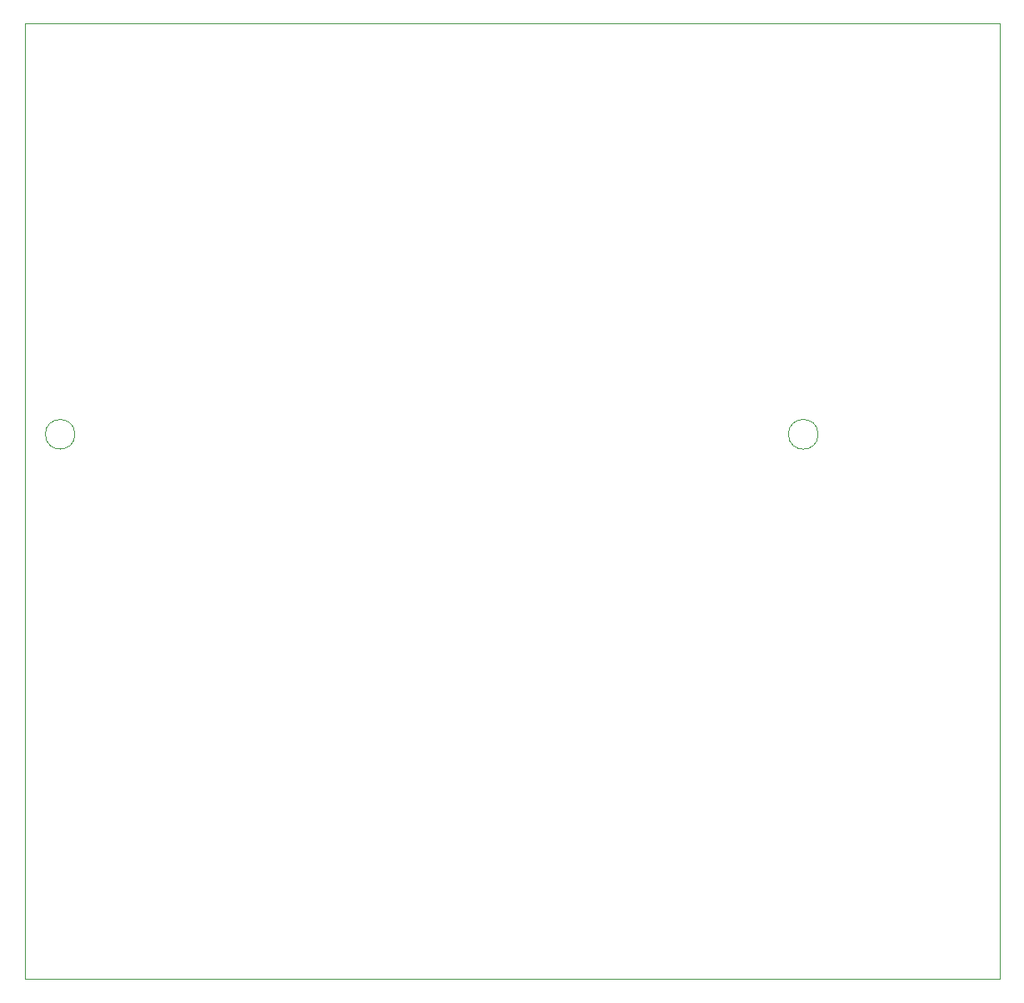
<source format=gbr>
%TF.GenerationSoftware,KiCad,Pcbnew,8.0.0*%
%TF.CreationDate,2024-05-30T16:28:29-06:00*%
%TF.ProjectId,STM32F405_DDS_Generator,53544d33-3246-4343-9035-5f4444535f47,rev?*%
%TF.SameCoordinates,Original*%
%TF.FileFunction,Profile,NP*%
%FSLAX46Y46*%
G04 Gerber Fmt 4.6, Leading zero omitted, Abs format (unit mm)*
G04 Created by KiCad (PCBNEW 8.0.0) date 2024-05-30 16:28:29*
%MOMM*%
%LPD*%
G01*
G04 APERTURE LIST*
%TA.AperFunction,Profile*%
%ADD10C,0.050000*%
%TD*%
G04 APERTURE END LIST*
D10*
X101705899Y-67513200D02*
G75*
G02*
X98700101Y-67513200I-1502899J0D01*
G01*
X98700101Y-67513200D02*
G75*
G02*
X101705899Y-67513200I1502899J0D01*
G01*
X96596200Y-25781000D02*
X195681600Y-25781000D01*
X195681600Y-122859800D01*
X96596200Y-122859800D01*
X96596200Y-25781000D01*
X177228020Y-67513200D02*
G75*
G02*
X174206380Y-67513200I-1510820J0D01*
G01*
X174206380Y-67513200D02*
G75*
G02*
X177228020Y-67513200I1510820J0D01*
G01*
M02*

</source>
